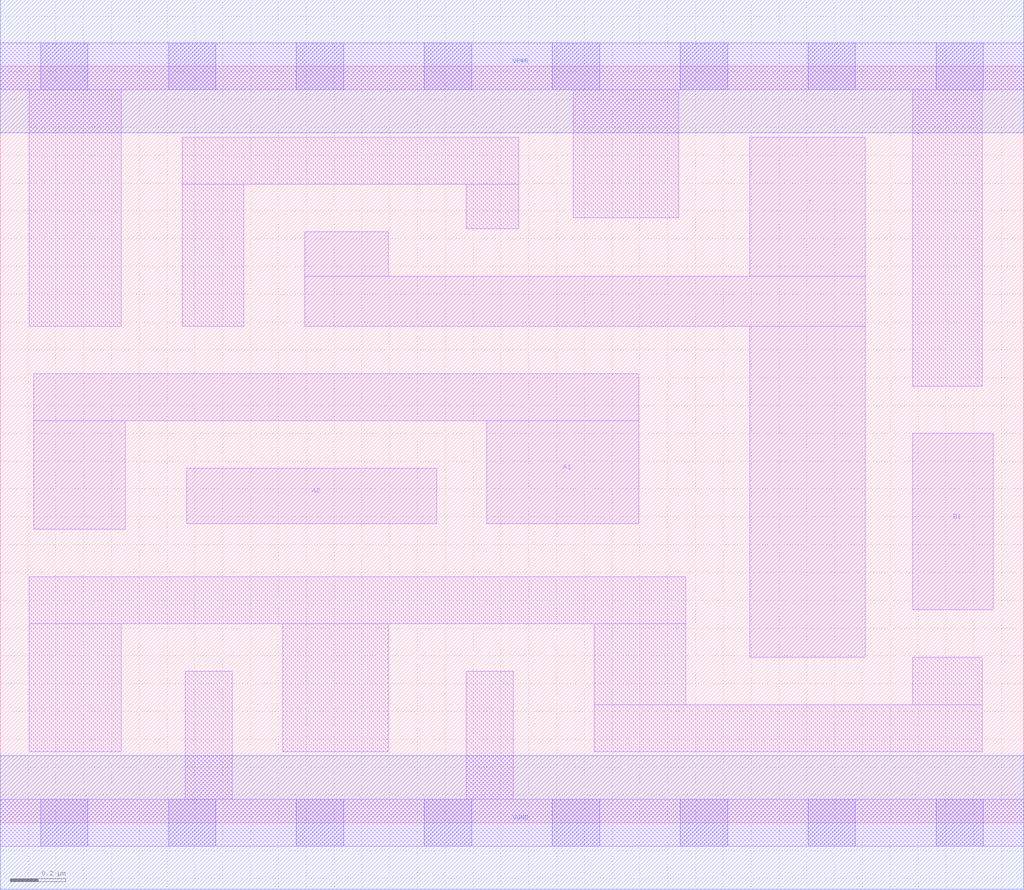
<source format=lef>
# Copyright 2020 The SkyWater PDK Authors
#
# Licensed under the Apache License, Version 2.0 (the "License");
# you may not use this file except in compliance with the License.
# You may obtain a copy of the License at
#
#     https://www.apache.org/licenses/LICENSE-2.0
#
# Unless required by applicable law or agreed to in writing, software
# distributed under the License is distributed on an "AS IS" BASIS,
# WITHOUT WARRANTIES OR CONDITIONS OF ANY KIND, either express or implied.
# See the License for the specific language governing permissions and
# limitations under the License.
#
# SPDX-License-Identifier: Apache-2.0

VERSION 5.7 ;
  NAMESCASESENSITIVE ON ;
  NOWIREEXTENSIONATPIN ON ;
  DIVIDERCHAR "/" ;
  BUSBITCHARS "[]" ;
UNITS
  DATABASE MICRONS 200 ;
END UNITS
PROPERTYDEFINITIONS
  MACRO maskLayoutSubType STRING ;
  MACRO prCellType STRING ;
  MACRO originalViewName STRING ;
END PROPERTYDEFINITIONS
MACRO sky130_fd_sc_hdll__o21ai_2
  CLASS CORE ;
  FOREIGN sky130_fd_sc_hdll__o21ai_2 ;
  ORIGIN  0.000000  0.000000 ;
  SIZE  3.680000 BY  2.720000 ;
  SYMMETRY X Y R90 ;
  SITE unithd ;
  PIN A1
    ANTENNAGATEAREA  0.555000 ;
    DIRECTION INPUT ;
    USE SIGNAL ;
    PORT
      LAYER li1 ;
        RECT 0.120000 1.055000 0.450000 1.445000 ;
        RECT 0.120000 1.445000 2.295000 1.615000 ;
        RECT 1.750000 1.075000 2.295000 1.445000 ;
    END
  END A1
  PIN A2
    ANTENNAGATEAREA  0.555000 ;
    DIRECTION INPUT ;
    USE SIGNAL ;
    PORT
      LAYER li1 ;
        RECT 0.670000 1.075000 1.570000 1.275000 ;
    END
  END A2
  PIN B1
    ANTENNAGATEAREA  0.555000 ;
    DIRECTION INPUT ;
    USE SIGNAL ;
    PORT
      LAYER li1 ;
        RECT 3.280000 0.765000 3.570000 1.400000 ;
    END
  END B1
  PIN Y
    ANTENNADIFFAREA  0.814500 ;
    DIRECTION OUTPUT ;
    USE SIGNAL ;
    PORT
      LAYER li1 ;
        RECT 1.095000 1.785000 3.110000 1.965000 ;
        RECT 1.095000 1.965000 1.395000 2.125000 ;
        RECT 2.695000 0.595000 3.110000 1.785000 ;
        RECT 2.695000 1.965000 3.110000 2.465000 ;
    END
  END Y
  PIN VGND
    DIRECTION INOUT ;
    USE GROUND ;
    PORT
      LAYER met1 ;
        RECT 0.000000 -0.240000 3.680000 0.240000 ;
    END
  END VGND
  PIN VPWR
    DIRECTION INOUT ;
    USE POWER ;
    PORT
      LAYER met1 ;
        RECT 0.000000 2.480000 3.680000 2.960000 ;
    END
  END VPWR
  OBS
    LAYER li1 ;
      RECT 0.000000 -0.085000 3.680000 0.085000 ;
      RECT 0.000000  2.635000 3.680000 2.805000 ;
      RECT 0.105000  0.255000 0.435000 0.715000 ;
      RECT 0.105000  0.715000 2.465000 0.885000 ;
      RECT 0.105000  1.785000 0.435000 2.635000 ;
      RECT 0.655000  1.785000 0.875000 2.295000 ;
      RECT 0.655000  2.295000 1.865000 2.465000 ;
      RECT 0.665000  0.085000 0.835000 0.545000 ;
      RECT 1.015000  0.255000 1.395000 0.715000 ;
      RECT 1.675000  0.085000 1.845000 0.545000 ;
      RECT 1.675000  2.135000 1.865000 2.295000 ;
      RECT 2.060000  2.175000 2.440000 2.635000 ;
      RECT 2.135000  0.255000 3.530000 0.425000 ;
      RECT 2.135000  0.425000 2.465000 0.715000 ;
      RECT 3.280000  0.425000 3.530000 0.595000 ;
      RECT 3.280000  1.570000 3.530000 2.635000 ;
    LAYER mcon ;
      RECT 0.145000 -0.085000 0.315000 0.085000 ;
      RECT 0.145000  2.635000 0.315000 2.805000 ;
      RECT 0.605000 -0.085000 0.775000 0.085000 ;
      RECT 0.605000  2.635000 0.775000 2.805000 ;
      RECT 1.065000 -0.085000 1.235000 0.085000 ;
      RECT 1.065000  2.635000 1.235000 2.805000 ;
      RECT 1.525000 -0.085000 1.695000 0.085000 ;
      RECT 1.525000  2.635000 1.695000 2.805000 ;
      RECT 1.985000 -0.085000 2.155000 0.085000 ;
      RECT 1.985000  2.635000 2.155000 2.805000 ;
      RECT 2.445000 -0.085000 2.615000 0.085000 ;
      RECT 2.445000  2.635000 2.615000 2.805000 ;
      RECT 2.905000 -0.085000 3.075000 0.085000 ;
      RECT 2.905000  2.635000 3.075000 2.805000 ;
      RECT 3.365000 -0.085000 3.535000 0.085000 ;
      RECT 3.365000  2.635000 3.535000 2.805000 ;
  END
  PROPERTY maskLayoutSubType "abstract" ;
  PROPERTY prCellType "standard" ;
  PROPERTY originalViewName "layout" ;
END sky130_fd_sc_hdll__o21ai_2

</source>
